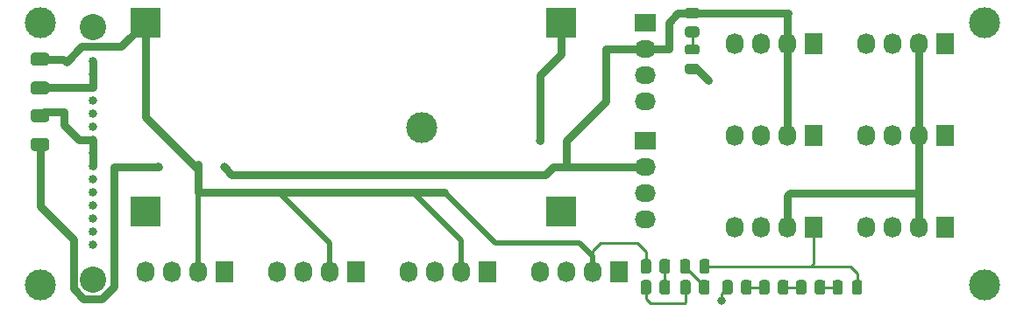
<source format=gbr>
%TF.GenerationSoftware,KiCad,Pcbnew,(5.1.10)-1*%
%TF.CreationDate,2021-07-19T20:33:02+08:00*%
%TF.ProjectId,FanDCControl,46616e44-4343-46f6-9e74-726f6c2e6b69,rev?*%
%TF.SameCoordinates,Original*%
%TF.FileFunction,Copper,L1,Top*%
%TF.FilePolarity,Positive*%
%FSLAX46Y46*%
G04 Gerber Fmt 4.6, Leading zero omitted, Abs format (unit mm)*
G04 Created by KiCad (PCBNEW (5.1.10)-1) date 2021-07-19 20:33:02*
%MOMM*%
%LPD*%
G01*
G04 APERTURE LIST*
%TA.AperFunction,ComponentPad*%
%ADD10C,0.840000*%
%TD*%
%TA.AperFunction,WasherPad*%
%ADD11C,2.540000*%
%TD*%
%TA.AperFunction,ComponentPad*%
%ADD12R,3.000000X3.000000*%
%TD*%
%TA.AperFunction,ComponentPad*%
%ADD13O,1.730000X2.030000*%
%TD*%
%TA.AperFunction,ComponentPad*%
%ADD14R,1.730000X2.030000*%
%TD*%
%TA.AperFunction,ComponentPad*%
%ADD15O,2.030000X1.730000*%
%TD*%
%TA.AperFunction,ComponentPad*%
%ADD16R,2.030000X1.730000*%
%TD*%
%TA.AperFunction,ViaPad*%
%ADD17C,3.000000*%
%TD*%
%TA.AperFunction,ViaPad*%
%ADD18C,0.800000*%
%TD*%
%TA.AperFunction,Conductor*%
%ADD19C,0.500000*%
%TD*%
%TA.AperFunction,Conductor*%
%ADD20C,0.750000*%
%TD*%
%TA.AperFunction,Conductor*%
%ADD21C,0.250000*%
%TD*%
G04 APERTURE END LIST*
%TO.P,R7,2*%
%TO.N,Net-(LM2596S_LED1-Pad2)*%
%TA.AperFunction,SMDPad,CuDef*%
G36*
G01*
X148482000Y-92144001D02*
X148482000Y-91243999D01*
G75*
G02*
X148731999Y-90994000I249999J0D01*
G01*
X149257001Y-90994000D01*
G75*
G02*
X149507000Y-91243999I0J-249999D01*
G01*
X149507000Y-92144001D01*
G75*
G02*
X149257001Y-92394000I-249999J0D01*
G01*
X148731999Y-92394000D01*
G75*
G02*
X148482000Y-92144001I0J249999D01*
G01*
G37*
%TD.AperFunction*%
%TO.P,R7,1*%
%TO.N,Net-(R6-Pad2)*%
%TA.AperFunction,SMDPad,CuDef*%
G36*
G01*
X146657000Y-92144001D02*
X146657000Y-91243999D01*
G75*
G02*
X146906999Y-90994000I249999J0D01*
G01*
X147432001Y-90994000D01*
G75*
G02*
X147682000Y-91243999I0J-249999D01*
G01*
X147682000Y-92144001D01*
G75*
G02*
X147432001Y-92394000I-249999J0D01*
G01*
X146906999Y-92394000D01*
G75*
G02*
X146657000Y-92144001I0J249999D01*
G01*
G37*
%TD.AperFunction*%
%TD*%
%TO.P,R6,2*%
%TO.N,Net-(R6-Pad2)*%
%TA.AperFunction,SMDPad,CuDef*%
G36*
G01*
X144926000Y-92144001D02*
X144926000Y-91243999D01*
G75*
G02*
X145175999Y-90994000I249999J0D01*
G01*
X145701001Y-90994000D01*
G75*
G02*
X145951000Y-91243999I0J-249999D01*
G01*
X145951000Y-92144001D01*
G75*
G02*
X145701001Y-92394000I-249999J0D01*
G01*
X145175999Y-92394000D01*
G75*
G02*
X144926000Y-92144001I0J249999D01*
G01*
G37*
%TD.AperFunction*%
%TO.P,R6,1*%
%TO.N,Net-(R5-Pad2)*%
%TA.AperFunction,SMDPad,CuDef*%
G36*
G01*
X143101000Y-92144001D02*
X143101000Y-91243999D01*
G75*
G02*
X143350999Y-90994000I249999J0D01*
G01*
X143876001Y-90994000D01*
G75*
G02*
X144126000Y-91243999I0J-249999D01*
G01*
X144126000Y-92144001D01*
G75*
G02*
X143876001Y-92394000I-249999J0D01*
G01*
X143350999Y-92394000D01*
G75*
G02*
X143101000Y-92144001I0J249999D01*
G01*
G37*
%TD.AperFunction*%
%TD*%
%TO.P,R5,2*%
%TO.N,Net-(R5-Pad2)*%
%TA.AperFunction,SMDPad,CuDef*%
G36*
G01*
X141370000Y-92144001D02*
X141370000Y-91243999D01*
G75*
G02*
X141619999Y-90994000I249999J0D01*
G01*
X142145001Y-90994000D01*
G75*
G02*
X142395000Y-91243999I0J-249999D01*
G01*
X142395000Y-92144001D01*
G75*
G02*
X142145001Y-92394000I-249999J0D01*
G01*
X141619999Y-92394000D01*
G75*
G02*
X141370000Y-92144001I0J249999D01*
G01*
G37*
%TD.AperFunction*%
%TO.P,R5,1*%
%TO.N,+8V*%
%TA.AperFunction,SMDPad,CuDef*%
G36*
G01*
X139545000Y-92144001D02*
X139545000Y-91243999D01*
G75*
G02*
X139794999Y-90994000I249999J0D01*
G01*
X140320001Y-90994000D01*
G75*
G02*
X140570000Y-91243999I0J-249999D01*
G01*
X140570000Y-92144001D01*
G75*
G02*
X140320001Y-92394000I-249999J0D01*
G01*
X139794999Y-92394000D01*
G75*
G02*
X139545000Y-92144001I0J249999D01*
G01*
G37*
%TD.AperFunction*%
%TD*%
%TO.P,LM2596S_LED1,2*%
%TO.N,Net-(LM2596S_LED1-Pad2)*%
%TA.AperFunction,SMDPad,CuDef*%
G36*
G01*
X151188000Y-91237750D02*
X151188000Y-92150250D01*
G75*
G02*
X150944250Y-92394000I-243750J0D01*
G01*
X150456750Y-92394000D01*
G75*
G02*
X150213000Y-92150250I0J243750D01*
G01*
X150213000Y-91237750D01*
G75*
G02*
X150456750Y-90994000I243750J0D01*
G01*
X150944250Y-90994000D01*
G75*
G02*
X151188000Y-91237750I0J-243750D01*
G01*
G37*
%TD.AperFunction*%
%TO.P,LM2596S_LED1,1*%
%TO.N,GND*%
%TA.AperFunction,SMDPad,CuDef*%
G36*
G01*
X153063000Y-91237750D02*
X153063000Y-92150250D01*
G75*
G02*
X152819250Y-92394000I-243750J0D01*
G01*
X152331750Y-92394000D01*
G75*
G02*
X152088000Y-92150250I0J243750D01*
G01*
X152088000Y-91237750D01*
G75*
G02*
X152331750Y-90994000I243750J0D01*
G01*
X152819250Y-90994000D01*
G75*
G02*
X153063000Y-91237750I0J-243750D01*
G01*
G37*
%TD.AperFunction*%
%TD*%
%TO.P,R4,2*%
%TO.N,+5V*%
%TA.AperFunction,SMDPad,CuDef*%
G36*
G01*
X137102001Y-65640000D02*
X136201999Y-65640000D01*
G75*
G02*
X135952000Y-65390001I0J249999D01*
G01*
X135952000Y-64864999D01*
G75*
G02*
X136201999Y-64615000I249999J0D01*
G01*
X137102001Y-64615000D01*
G75*
G02*
X137352000Y-64864999I0J-249999D01*
G01*
X137352000Y-65390001D01*
G75*
G02*
X137102001Y-65640000I-249999J0D01*
G01*
G37*
%TD.AperFunction*%
%TO.P,R4,1*%
%TO.N,Net-(5V_LED1-Pad2)*%
%TA.AperFunction,SMDPad,CuDef*%
G36*
G01*
X137102001Y-67465000D02*
X136201999Y-67465000D01*
G75*
G02*
X135952000Y-67215001I0J249999D01*
G01*
X135952000Y-66689999D01*
G75*
G02*
X136201999Y-66440000I249999J0D01*
G01*
X137102001Y-66440000D01*
G75*
G02*
X137352000Y-66689999I0J-249999D01*
G01*
X137352000Y-67215001D01*
G75*
G02*
X137102001Y-67465000I-249999J0D01*
G01*
G37*
%TD.AperFunction*%
%TD*%
%TO.P,R3,2*%
%TO.N,Net-(R2-Pad1)*%
%TA.AperFunction,SMDPad,CuDef*%
G36*
G01*
X136506000Y-91243999D02*
X136506000Y-92144001D01*
G75*
G02*
X136256001Y-92394000I-249999J0D01*
G01*
X135730999Y-92394000D01*
G75*
G02*
X135481000Y-92144001I0J249999D01*
G01*
X135481000Y-91243999D01*
G75*
G02*
X135730999Y-90994000I249999J0D01*
G01*
X136256001Y-90994000D01*
G75*
G02*
X136506000Y-91243999I0J-249999D01*
G01*
G37*
%TD.AperFunction*%
%TO.P,R3,1*%
%TO.N,Net-(12V_LED1-Pad2)*%
%TA.AperFunction,SMDPad,CuDef*%
G36*
G01*
X138331000Y-91243999D02*
X138331000Y-92144001D01*
G75*
G02*
X138081001Y-92394000I-249999J0D01*
G01*
X137555999Y-92394000D01*
G75*
G02*
X137306000Y-92144001I0J249999D01*
G01*
X137306000Y-91243999D01*
G75*
G02*
X137555999Y-90994000I249999J0D01*
G01*
X138081001Y-90994000D01*
G75*
G02*
X138331000Y-91243999I0J-249999D01*
G01*
G37*
%TD.AperFunction*%
%TD*%
%TO.P,R2,2*%
%TO.N,Net-(R1-Pad1)*%
%TA.AperFunction,SMDPad,CuDef*%
G36*
G01*
X133496000Y-92144001D02*
X133496000Y-91243999D01*
G75*
G02*
X133745999Y-90994000I249999J0D01*
G01*
X134271001Y-90994000D01*
G75*
G02*
X134521000Y-91243999I0J-249999D01*
G01*
X134521000Y-92144001D01*
G75*
G02*
X134271001Y-92394000I-249999J0D01*
G01*
X133745999Y-92394000D01*
G75*
G02*
X133496000Y-92144001I0J249999D01*
G01*
G37*
%TD.AperFunction*%
%TO.P,R2,1*%
%TO.N,Net-(R2-Pad1)*%
%TA.AperFunction,SMDPad,CuDef*%
G36*
G01*
X131671000Y-92144001D02*
X131671000Y-91243999D01*
G75*
G02*
X131920999Y-90994000I249999J0D01*
G01*
X132446001Y-90994000D01*
G75*
G02*
X132696000Y-91243999I0J-249999D01*
G01*
X132696000Y-92144001D01*
G75*
G02*
X132446001Y-92394000I-249999J0D01*
G01*
X131920999Y-92394000D01*
G75*
G02*
X131671000Y-92144001I0J249999D01*
G01*
G37*
%TD.AperFunction*%
%TD*%
%TO.P,R1,2*%
%TO.N,+12V*%
%TA.AperFunction,SMDPad,CuDef*%
G36*
G01*
X132696000Y-89211999D02*
X132696000Y-90112001D01*
G75*
G02*
X132446001Y-90362000I-249999J0D01*
G01*
X131920999Y-90362000D01*
G75*
G02*
X131671000Y-90112001I0J249999D01*
G01*
X131671000Y-89211999D01*
G75*
G02*
X131920999Y-88962000I249999J0D01*
G01*
X132446001Y-88962000D01*
G75*
G02*
X132696000Y-89211999I0J-249999D01*
G01*
G37*
%TD.AperFunction*%
%TO.P,R1,1*%
%TO.N,Net-(R1-Pad1)*%
%TA.AperFunction,SMDPad,CuDef*%
G36*
G01*
X134521000Y-89211999D02*
X134521000Y-90112001D01*
G75*
G02*
X134271001Y-90362000I-249999J0D01*
G01*
X133745999Y-90362000D01*
G75*
G02*
X133496000Y-90112001I0J249999D01*
G01*
X133496000Y-89211999D01*
G75*
G02*
X133745999Y-88962000I249999J0D01*
G01*
X134271001Y-88962000D01*
G75*
G02*
X134521000Y-89211999I0J-249999D01*
G01*
G37*
%TD.AperFunction*%
%TD*%
%TO.P,F2,2*%
%TO.N,+12V*%
%TA.AperFunction,SMDPad,CuDef*%
G36*
G01*
X74285000Y-70215000D02*
X73035000Y-70215000D01*
G75*
G02*
X72785000Y-69965000I0J250000D01*
G01*
X72785000Y-69215000D01*
G75*
G02*
X73035000Y-68965000I250000J0D01*
G01*
X74285000Y-68965000D01*
G75*
G02*
X74535000Y-69215000I0J-250000D01*
G01*
X74535000Y-69965000D01*
G75*
G02*
X74285000Y-70215000I-250000J0D01*
G01*
G37*
%TD.AperFunction*%
%TO.P,F2,1*%
%TO.N,Net-(F2-Pad1)*%
%TA.AperFunction,SMDPad,CuDef*%
G36*
G01*
X74285000Y-73015000D02*
X73035000Y-73015000D01*
G75*
G02*
X72785000Y-72765000I0J250000D01*
G01*
X72785000Y-72015000D01*
G75*
G02*
X73035000Y-71765000I250000J0D01*
G01*
X74285000Y-71765000D01*
G75*
G02*
X74535000Y-72015000I0J-250000D01*
G01*
X74535000Y-72765000D01*
G75*
G02*
X74285000Y-73015000I-250000J0D01*
G01*
G37*
%TD.AperFunction*%
%TD*%
%TO.P,F1,2*%
%TO.N,+5V*%
%TA.AperFunction,SMDPad,CuDef*%
G36*
G01*
X73035000Y-77229000D02*
X74285000Y-77229000D01*
G75*
G02*
X74535000Y-77479000I0J-250000D01*
G01*
X74535000Y-78229000D01*
G75*
G02*
X74285000Y-78479000I-250000J0D01*
G01*
X73035000Y-78479000D01*
G75*
G02*
X72785000Y-78229000I0J250000D01*
G01*
X72785000Y-77479000D01*
G75*
G02*
X73035000Y-77229000I250000J0D01*
G01*
G37*
%TD.AperFunction*%
%TO.P,F1,1*%
%TO.N,Net-(F1-Pad1)*%
%TA.AperFunction,SMDPad,CuDef*%
G36*
G01*
X73035000Y-74429000D02*
X74285000Y-74429000D01*
G75*
G02*
X74535000Y-74679000I0J-250000D01*
G01*
X74535000Y-75429000D01*
G75*
G02*
X74285000Y-75679000I-250000J0D01*
G01*
X73035000Y-75679000D01*
G75*
G02*
X72785000Y-75429000I0J250000D01*
G01*
X72785000Y-74679000D01*
G75*
G02*
X73035000Y-74429000I250000J0D01*
G01*
G37*
%TD.AperFunction*%
%TD*%
%TO.P,5V_LED1,2*%
%TO.N,Net-(5V_LED1-Pad2)*%
%TA.AperFunction,SMDPad,CuDef*%
G36*
G01*
X137108250Y-69146000D02*
X136195750Y-69146000D01*
G75*
G02*
X135952000Y-68902250I0J243750D01*
G01*
X135952000Y-68414750D01*
G75*
G02*
X136195750Y-68171000I243750J0D01*
G01*
X137108250Y-68171000D01*
G75*
G02*
X137352000Y-68414750I0J-243750D01*
G01*
X137352000Y-68902250D01*
G75*
G02*
X137108250Y-69146000I-243750J0D01*
G01*
G37*
%TD.AperFunction*%
%TO.P,5V_LED1,1*%
%TO.N,GND*%
%TA.AperFunction,SMDPad,CuDef*%
G36*
G01*
X137108250Y-71021000D02*
X136195750Y-71021000D01*
G75*
G02*
X135952000Y-70777250I0J243750D01*
G01*
X135952000Y-70289750D01*
G75*
G02*
X136195750Y-70046000I243750J0D01*
G01*
X137108250Y-70046000D01*
G75*
G02*
X137352000Y-70289750I0J-243750D01*
G01*
X137352000Y-70777250D01*
G75*
G02*
X137108250Y-71021000I-243750J0D01*
G01*
G37*
%TD.AperFunction*%
%TD*%
%TO.P,12V_LED1,2*%
%TO.N,Net-(12V_LED1-Pad2)*%
%TA.AperFunction,SMDPad,CuDef*%
G36*
G01*
X136456000Y-89205750D02*
X136456000Y-90118250D01*
G75*
G02*
X136212250Y-90362000I-243750J0D01*
G01*
X135724750Y-90362000D01*
G75*
G02*
X135481000Y-90118250I0J243750D01*
G01*
X135481000Y-89205750D01*
G75*
G02*
X135724750Y-88962000I243750J0D01*
G01*
X136212250Y-88962000D01*
G75*
G02*
X136456000Y-89205750I0J-243750D01*
G01*
G37*
%TD.AperFunction*%
%TO.P,12V_LED1,1*%
%TO.N,GND*%
%TA.AperFunction,SMDPad,CuDef*%
G36*
G01*
X138331000Y-89205750D02*
X138331000Y-90118250D01*
G75*
G02*
X138087250Y-90362000I-243750J0D01*
G01*
X137599750Y-90362000D01*
G75*
G02*
X137356000Y-90118250I0J243750D01*
G01*
X137356000Y-89205750D01*
G75*
G02*
X137599750Y-88962000I243750J0D01*
G01*
X138087250Y-88962000D01*
G75*
G02*
X138331000Y-89205750I0J-243750D01*
G01*
G37*
%TD.AperFunction*%
%TD*%
D10*
%TO.P,U2,14*%
%TO.N,Net-(F2-Pad1)*%
X78740000Y-71062000D03*
%TO.P,U2,13*%
X78740000Y-72332000D03*
%TO.P,U2,15*%
X78740000Y-69792000D03*
%TO.P,U2,10*%
%TO.N,GND*%
X78740000Y-76142000D03*
%TO.P,U2,12*%
X78740000Y-73602000D03*
%TO.P,U2,11*%
%TO.N,N/C*%
X78740000Y-74872000D03*
%TO.P,U2,9*%
%TO.N,Net-(F1-Pad1)*%
X78740000Y-77412000D03*
%TO.P,U2,8*%
X78740000Y-78682000D03*
%TO.P,U2,7*%
X78740000Y-79952000D03*
%TO.P,U2,6*%
%TO.N,GND*%
X78740000Y-81222000D03*
%TO.P,U2,5*%
X78740000Y-82492000D03*
%TO.P,U2,4*%
X78740000Y-83762000D03*
%TO.P,U2,3*%
%TO.N,N/C*%
X78740000Y-85032000D03*
%TO.P,U2,2*%
X78740000Y-86302000D03*
%TO.P,U2,1*%
X78740000Y-87572000D03*
D11*
%TO.P,U2,*%
%TO.N,*%
X78740000Y-66522600D03*
X78740000Y-90932000D03*
%TD*%
D12*
%TO.P,U1,4*%
%TO.N,GND*%
X123952000Y-84328000D03*
%TO.P,U1,1*%
%TO.N,+12V*%
X83820000Y-66040000D03*
%TO.P,U1,2*%
%TO.N,GND*%
X83820000Y-84328000D03*
%TO.P,U1,3*%
%TO.N,+8V*%
X123952000Y-66040000D03*
%TD*%
D13*
%TO.P,FAN4,4*%
%TO.N,N/C*%
X153416000Y-85852000D03*
%TO.P,FAN4,3*%
X155956000Y-85852000D03*
%TO.P,FAN4,2*%
%TO.N,+8V*%
X158496000Y-85852000D03*
D14*
%TO.P,FAN4,1*%
%TO.N,GND*%
X161036000Y-85852000D03*
%TD*%
D13*
%TO.P,FAN3,4*%
%TO.N,N/C*%
X153416000Y-76962000D03*
%TO.P,FAN3,3*%
X155956000Y-76962000D03*
%TO.P,FAN3,2*%
%TO.N,+8V*%
X158496000Y-76962000D03*
D14*
%TO.P,FAN3,1*%
%TO.N,GND*%
X161036000Y-76962000D03*
%TD*%
D13*
%TO.P,FAN2,4*%
%TO.N,N/C*%
X153416000Y-68072000D03*
%TO.P,FAN2,3*%
X155956000Y-68072000D03*
%TO.P,FAN2,2*%
%TO.N,+8V*%
X158496000Y-68072000D03*
D14*
%TO.P,FAN2,1*%
%TO.N,GND*%
X161036000Y-68072000D03*
%TD*%
D13*
%TO.P,FAN1,4*%
%TO.N,N/C*%
X140716000Y-85852000D03*
%TO.P,FAN1,3*%
X143256000Y-85852000D03*
%TO.P,FAN1,2*%
%TO.N,+8V*%
X145796000Y-85852000D03*
D14*
%TO.P,FAN1,1*%
%TO.N,GND*%
X148336000Y-85852000D03*
%TD*%
D13*
%TO.P,5V_FAN4,4*%
%TO.N,N/C*%
X140716000Y-76962000D03*
%TO.P,5V_FAN4,3*%
X143256000Y-76962000D03*
%TO.P,5V_FAN4,2*%
%TO.N,+5V*%
X145796000Y-76962000D03*
D14*
%TO.P,5V_FAN4,1*%
%TO.N,GND*%
X148336000Y-76962000D03*
%TD*%
D13*
%TO.P,5V_FAN3,4*%
%TO.N,N/C*%
X140716000Y-68072000D03*
%TO.P,5V_FAN3,3*%
X143256000Y-68072000D03*
%TO.P,5V_FAN3,2*%
%TO.N,+5V*%
X145796000Y-68072000D03*
D14*
%TO.P,5V_FAN3,1*%
%TO.N,GND*%
X148336000Y-68072000D03*
%TD*%
D15*
%TO.P,5V_FAN2,4*%
%TO.N,N/C*%
X132080000Y-85090000D03*
%TO.P,5V_FAN2,3*%
X132080000Y-82550000D03*
%TO.P,5V_FAN2,2*%
%TO.N,+5V*%
X132080000Y-80010000D03*
D16*
%TO.P,5V_FAN2,1*%
%TO.N,GND*%
X132080000Y-77470000D03*
%TD*%
D15*
%TO.P,5V_FAN1,4*%
%TO.N,N/C*%
X132080000Y-73660000D03*
%TO.P,5V_FAN1,3*%
X132080000Y-71120000D03*
%TO.P,5V_FAN1,2*%
%TO.N,+5V*%
X132080000Y-68580000D03*
D16*
%TO.P,5V_FAN1,1*%
%TO.N,GND*%
X132080000Y-66040000D03*
%TD*%
D13*
%TO.P,12V_FAN4,4*%
%TO.N,N/C*%
X109220000Y-90170000D03*
%TO.P,12V_FAN4,3*%
X111760000Y-90170000D03*
%TO.P,12V_FAN4,2*%
%TO.N,+12V*%
X114300000Y-90170000D03*
D14*
%TO.P,12V_FAN4,1*%
%TO.N,GND*%
X116840000Y-90170000D03*
%TD*%
D13*
%TO.P,12V_FAN3,4*%
%TO.N,N/C*%
X121920000Y-90170000D03*
%TO.P,12V_FAN3,3*%
X124460000Y-90170000D03*
%TO.P,12V_FAN3,2*%
%TO.N,+12V*%
X127000000Y-90170000D03*
D14*
%TO.P,12V_FAN3,1*%
%TO.N,GND*%
X129540000Y-90170000D03*
%TD*%
D13*
%TO.P,12V_FAN2,4*%
%TO.N,N/C*%
X83820000Y-90170000D03*
%TO.P,12V_FAN2,3*%
X86360000Y-90170000D03*
%TO.P,12V_FAN2,2*%
%TO.N,+12V*%
X88900000Y-90170000D03*
D14*
%TO.P,12V_FAN2,1*%
%TO.N,GND*%
X91440000Y-90170000D03*
%TD*%
D13*
%TO.P,12V_FAN1,4*%
%TO.N,N/C*%
X96520000Y-90170000D03*
%TO.P,12V_FAN1,3*%
X99060000Y-90170000D03*
%TO.P,12V_FAN1,2*%
%TO.N,+12V*%
X101600000Y-90170000D03*
D14*
%TO.P,12V_FAN1,1*%
%TO.N,GND*%
X104140000Y-90170000D03*
%TD*%
D17*
%TO.N,*%
X164846000Y-66040000D03*
X164846000Y-91440000D03*
X73660000Y-91440000D03*
X73660000Y-66040000D03*
X110490000Y-76200000D03*
D18*
%TO.N,GND*%
X138176000Y-71628000D03*
%TO.N,+5V*%
X85090000Y-80010000D03*
X91440000Y-80010000D03*
%TO.N,+8V*%
X121920000Y-77470000D03*
X139446000Y-92964000D03*
%TD*%
D19*
%TO.N,+12V*%
X88900000Y-82492000D02*
X88900000Y-90170000D01*
X101600000Y-87376000D02*
X101600000Y-90170000D01*
X96716000Y-82492000D02*
X101600000Y-87376000D01*
X114300000Y-87122000D02*
X114300000Y-90170000D01*
X109670000Y-82492000D02*
X114300000Y-87122000D01*
X112718000Y-82492000D02*
X117602000Y-87376000D01*
X117602000Y-87376000D02*
X125730000Y-87376000D01*
X127000000Y-88646000D02*
X127000000Y-90170000D01*
X125730000Y-87376000D02*
X127000000Y-88646000D01*
D20*
X88900000Y-82492000D02*
X112718000Y-82492000D01*
X81492399Y-68367601D02*
X83820000Y-66040000D01*
X83820000Y-75184000D02*
X88900000Y-80264000D01*
X83820000Y-66040000D02*
X83820000Y-75184000D01*
X88900000Y-80264000D02*
X88900000Y-82492000D01*
X88900000Y-79756000D02*
X88900000Y-80264000D01*
D21*
X127000000Y-90170000D02*
X127000000Y-88138000D01*
X127000000Y-88138000D02*
X127762000Y-87376000D01*
X127762000Y-87376000D02*
X131318000Y-87376000D01*
X132183500Y-88241500D02*
X132183500Y-89662000D01*
X131318000Y-87376000D02*
X132183500Y-88241500D01*
D20*
X81492399Y-68367601D02*
X77682399Y-68367601D01*
X77682399Y-68367601D02*
X76200000Y-69850000D01*
X75940000Y-69590000D02*
X73660000Y-69590000D01*
X76200000Y-69850000D02*
X75940000Y-69590000D01*
D21*
%TO.N,GND*%
X137843500Y-89662000D02*
X148082000Y-89662000D01*
X148336000Y-89408000D02*
X148336000Y-85852000D01*
X148082000Y-89662000D02*
X148336000Y-89408000D01*
D20*
X137081500Y-70533500D02*
X138176000Y-71628000D01*
X136652000Y-70533500D02*
X137081500Y-70533500D01*
D21*
X152575500Y-91694000D02*
X152575500Y-90345500D01*
X151892000Y-89662000D02*
X148082000Y-89662000D01*
X152575500Y-90345500D02*
X151892000Y-89662000D01*
D20*
%TO.N,+5V*%
X85032000Y-79952000D02*
X85090000Y-80010000D01*
X92185001Y-80755001D02*
X122444999Y-80755001D01*
X91440000Y-80010000D02*
X92185001Y-80755001D01*
X122444999Y-80755001D02*
X123190000Y-80010000D01*
X124460000Y-77470000D02*
X128270000Y-73660000D01*
X123190000Y-80010000D02*
X124460000Y-80010000D01*
X124460000Y-80010000D02*
X124460000Y-77470000D01*
X124460000Y-80010000D02*
X132080000Y-80010000D01*
X128270000Y-73660000D02*
X128270000Y-68580000D01*
X128270000Y-68580000D02*
X132080000Y-68580000D01*
X145796000Y-71882000D02*
X145796000Y-76962000D01*
X145796000Y-71882000D02*
X145796000Y-68072000D01*
X80772000Y-80010000D02*
X85090000Y-80010000D01*
X80772000Y-91630602D02*
X80772000Y-80010000D01*
X79625601Y-92777001D02*
X80772000Y-91630602D01*
X77854399Y-92777001D02*
X79625601Y-92777001D01*
X76894999Y-91817601D02*
X77854399Y-92777001D01*
X76894999Y-87096001D02*
X76894999Y-91817601D01*
X73660000Y-83861002D02*
X76894999Y-87096001D01*
X73660000Y-77854000D02*
X73660000Y-83861002D01*
X132080000Y-68580000D02*
X134366000Y-68580000D01*
X134366000Y-68580000D02*
X134366000Y-66040000D01*
X135278500Y-65127500D02*
X136652000Y-65127500D01*
X134366000Y-66040000D02*
X135278500Y-65127500D01*
X136652000Y-65127500D02*
X145899500Y-65127500D01*
X145796000Y-65231000D02*
X145796000Y-68072000D01*
X145899500Y-65127500D02*
X145796000Y-65231000D01*
%TO.N,+8V*%
X121920000Y-71120000D02*
X121920000Y-77470000D01*
X158496000Y-76962000D02*
X158496000Y-68072000D01*
X145796000Y-85852000D02*
X145796000Y-82804000D01*
X146050000Y-82550000D02*
X158496000Y-82550000D01*
X145796000Y-82804000D02*
X146050000Y-82550000D01*
X158496000Y-82550000D02*
X158496000Y-76962000D01*
X158496000Y-85852000D02*
X158496000Y-82550000D01*
D21*
X139446000Y-92305500D02*
X140057500Y-91694000D01*
X139446000Y-92964000D02*
X139446000Y-92305500D01*
D20*
X123952000Y-69088000D02*
X123952000Y-66040000D01*
X121920000Y-71120000D02*
X123952000Y-69088000D01*
%TO.N,Net-(F1-Pad1)*%
X78740000Y-77412000D02*
X78740000Y-78682000D01*
X78740000Y-78682000D02*
X78740000Y-79952000D01*
X78740000Y-77412000D02*
X77412000Y-77412000D01*
X77412000Y-77412000D02*
X75946000Y-75946000D01*
X75946000Y-75946000D02*
X75946000Y-74676000D01*
X74038000Y-74676000D02*
X73660000Y-75054000D01*
X75946000Y-74676000D02*
X74038000Y-74676000D01*
%TO.N,Net-(F2-Pad1)*%
X78740000Y-69792000D02*
X78740000Y-71062000D01*
X78740000Y-71062000D02*
X78740000Y-72332000D01*
X73718000Y-72332000D02*
X73660000Y-72390000D01*
X78740000Y-72332000D02*
X73718000Y-72332000D01*
D21*
%TO.N,Net-(R1-Pad1)*%
X134008500Y-89662000D02*
X134008500Y-91694000D01*
%TO.N,Net-(R2-Pad1)*%
X132183500Y-91694000D02*
X132183500Y-92813500D01*
X132183500Y-92813500D02*
X132588000Y-93218000D01*
X132588000Y-93218000D02*
X135890000Y-93218000D01*
X135993500Y-93114500D02*
X135993500Y-91694000D01*
X135890000Y-93218000D02*
X135993500Y-93114500D01*
%TO.N,Net-(R5-Pad2)*%
X141882500Y-91694000D02*
X143613500Y-91694000D01*
%TO.N,Net-(R6-Pad2)*%
X145438500Y-91694000D02*
X147169500Y-91694000D01*
%TO.N,Net-(12V_LED1-Pad2)*%
X137818500Y-91512000D02*
X135968500Y-89662000D01*
X137818500Y-91694000D02*
X137818500Y-91512000D01*
%TO.N,Net-(5V_LED1-Pad2)*%
X136652000Y-66952500D02*
X136652000Y-68658500D01*
%TO.N,Net-(LM2596S_LED1-Pad2)*%
X148994500Y-91694000D02*
X150700500Y-91694000D01*
%TD*%
M02*

</source>
